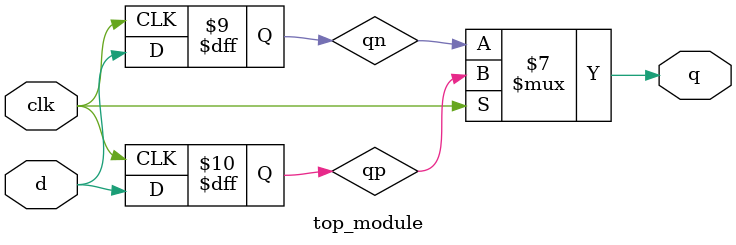
<source format=sv>
module top_module(
	input clk,
	input d,
	output reg q);

	// Internal registers to store the values
	reg qp = 0, qn = 0;

	// Always block for positive edge triggered flip-flop
	always @(posedge clk) begin
		qp <= d;
	end

	// Always block for negative edge triggered flip-flop
	always @(negedge clk) begin
		qn <= d;
	end

	// Assign q based on clk's value
	always @(*) begin
		if (clk)
			q = qp;
		else
			q = qn;
	end

endmodule

</source>
